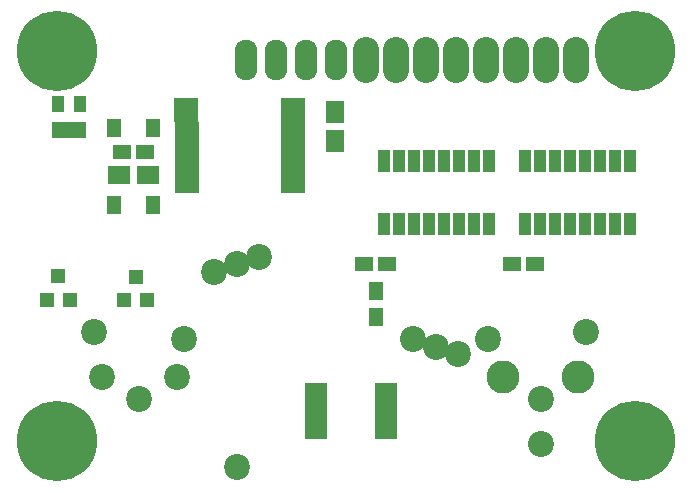
<source format=gbs>
G04 #@! TF.FileFunction,Soldermask,Bot*
%FSLAX46Y46*%
G04 Gerber Fmt 4.6, Leading zero omitted, Abs format (unit mm)*
G04 Created by KiCad (PCBNEW 4.0.6) date 08/02/17 17:45:47*
%MOMM*%
%LPD*%
G01*
G04 APERTURE LIST*
%ADD10C,0.100000*%
%ADD11C,2.198320*%
%ADD12C,2.200000*%
%ADD13C,2.800000*%
%ADD14O,1.924000X3.448000*%
%ADD15O,2.200860X3.900120*%
%ADD16R,1.850000X0.850000*%
%ADD17R,1.000000X1.900000*%
%ADD18R,1.600000X1.150000*%
%ADD19R,1.900000X1.650000*%
%ADD20R,1.650000X1.900000*%
%ADD21R,1.300000X1.600000*%
%ADD22R,1.200000X1.300000*%
%ADD23R,1.050000X1.460000*%
%ADD24R,2.100000X2.000000*%
%ADD25C,6.800000*%
G04 APERTURE END LIST*
D10*
D11*
X114810000Y-88365000D03*
X114175000Y-91540000D03*
X111000000Y-93445000D03*
X107825000Y-91540000D03*
X107190000Y-87730000D03*
X119255000Y-99160000D03*
X119255000Y-82015000D03*
X117350000Y-82650000D03*
X121160000Y-81380000D03*
D12*
X140555000Y-88365000D03*
D13*
X141825000Y-91540000D03*
D12*
X145000000Y-93445000D03*
D13*
X148175000Y-91540000D03*
D12*
X148810000Y-87730000D03*
X145000000Y-97225000D03*
X136110000Y-89000000D03*
X138015000Y-89635000D03*
X134205000Y-88365000D03*
D14*
X125095000Y-64770000D03*
X127635000Y-64770000D03*
D15*
X140335000Y-64770000D03*
X142875000Y-64770000D03*
X145415000Y-64770000D03*
X147955000Y-64770000D03*
D16*
X125984000Y-96438000D03*
X125984000Y-95788000D03*
X125984000Y-95138000D03*
X125984000Y-94488000D03*
X125984000Y-93838000D03*
X125984000Y-93188000D03*
X125984000Y-92538000D03*
X131884000Y-92538000D03*
X131884000Y-93188000D03*
X131884000Y-93838000D03*
X131884000Y-94488000D03*
X131884000Y-95138000D03*
X131884000Y-95788000D03*
X131884000Y-96438000D03*
D17*
X131699000Y-73246000D03*
X132969000Y-73246000D03*
X134239000Y-73246000D03*
X135509000Y-73246000D03*
X136779000Y-73246000D03*
X138049000Y-73246000D03*
X139319000Y-73246000D03*
X140589000Y-73246000D03*
X140589000Y-78646000D03*
X139319000Y-78646000D03*
X138049000Y-78646000D03*
X136779000Y-78646000D03*
X135509000Y-78646000D03*
X134239000Y-78646000D03*
X132969000Y-78646000D03*
X131699000Y-78646000D03*
D18*
X109550000Y-72500000D03*
X111450000Y-72500000D03*
D19*
X109250000Y-74500000D03*
X111750000Y-74500000D03*
D18*
X142560000Y-82042000D03*
X144460000Y-82042000D03*
X130050000Y-82000000D03*
X131950000Y-82000000D03*
D20*
X127600000Y-69100000D03*
X127600000Y-71600000D03*
D21*
X108850000Y-77000000D03*
X112150000Y-77000000D03*
X108850000Y-70500000D03*
X112150000Y-70500000D03*
D22*
X111633000Y-85090000D03*
X109733000Y-85090000D03*
X110683000Y-83090000D03*
X105090000Y-85058000D03*
X103190000Y-85058000D03*
X104140000Y-83058000D03*
D15*
X130175000Y-64770000D03*
X132715000Y-64770000D03*
X135255000Y-64770000D03*
X137795000Y-64770000D03*
D14*
X120015000Y-64770000D03*
X122555000Y-64770000D03*
D21*
X131064000Y-84287000D03*
X131064000Y-86487000D03*
D23*
X106000000Y-70700000D03*
X105050000Y-70700000D03*
X104100000Y-70700000D03*
X104100000Y-68500000D03*
X106000000Y-68500000D03*
D24*
X124050000Y-69000000D03*
X124000000Y-71000000D03*
X124000000Y-73000000D03*
X124000000Y-75000000D03*
X114950000Y-69000000D03*
X115000000Y-71000000D03*
X115000000Y-73000000D03*
X115000000Y-75000000D03*
D17*
X143637000Y-73246000D03*
X144907000Y-73246000D03*
X146177000Y-73246000D03*
X147447000Y-73246000D03*
X148717000Y-73246000D03*
X149987000Y-73246000D03*
X151257000Y-73246000D03*
X152527000Y-73246000D03*
X152527000Y-78646000D03*
X151257000Y-78646000D03*
X149987000Y-78646000D03*
X148717000Y-78646000D03*
X147447000Y-78646000D03*
X146177000Y-78646000D03*
X144907000Y-78646000D03*
X143637000Y-78646000D03*
D25*
X104000000Y-64000000D03*
X104000000Y-97000000D03*
X153000000Y-64000000D03*
X153000000Y-97000000D03*
M02*

</source>
